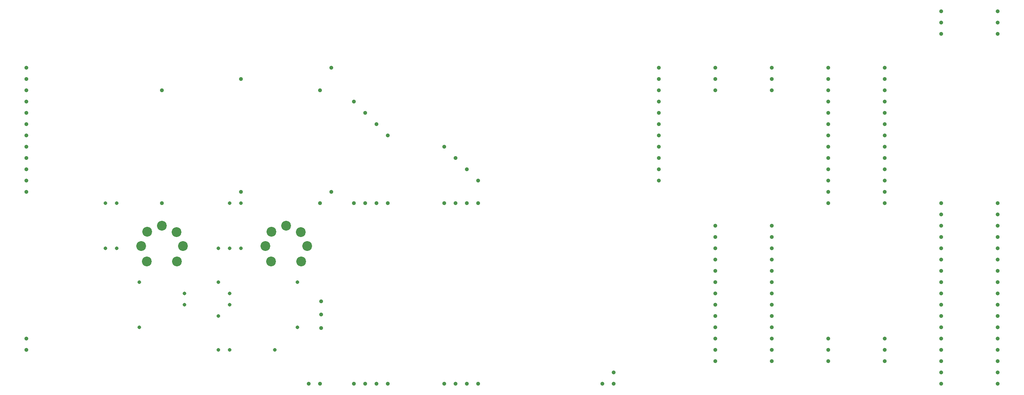
<source format=gbr>
G04 DesignSpark PCB Gerber Version 12.0 Build 5941*
G04 #@! TF.Part,Single*
G04 #@! TF.FilePolarity,Positive*
%FSLAX35Y35*%
%MOIN*%
G04 #@! TA.AperFunction,ComponentDrill*
%ADD18C,0.03200*%
G04 #@! TA.AperFunction,MechanicalDrill*
%ADD15C,0.03500*%
%ADD17C,0.03543*%
%ADD16C,0.08661*%
G04 #@! TD.AperFunction*
X0Y0D02*
D02*
D15*
X20250Y50250D03*
D03*
Y60250D03*
D03*
Y190250D03*
Y200250D03*
Y210250D03*
Y220250D03*
Y230250D03*
Y240250D03*
Y250250D03*
Y260250D03*
Y270250D03*
Y280250D03*
Y290250D03*
Y300250D03*
X140250Y180250D03*
Y280250D03*
X210250Y190250D03*
Y290250D03*
X270250Y20250D03*
X280250D03*
Y180250D03*
Y280250D03*
X290250Y190250D03*
Y300250D03*
X310250Y20250D03*
Y180250D03*
Y270250D03*
X320250Y20250D03*
Y180250D03*
Y260250D03*
X330250Y20250D03*
Y180250D03*
Y250250D03*
X340250Y20250D03*
Y180250D03*
Y240250D03*
X390250Y20250D03*
Y180250D03*
Y230250D03*
X400250Y20250D03*
Y180250D03*
Y220250D03*
X410250Y20250D03*
Y180250D03*
Y210250D03*
X420250Y20250D03*
Y180250D03*
Y200250D03*
X530250Y20250D03*
X540250D03*
Y30250D03*
X580250Y200250D03*
Y210250D03*
Y220250D03*
Y230250D03*
Y240250D03*
Y250250D03*
Y260250D03*
Y270250D03*
Y280250D03*
Y290250D03*
Y300250D03*
X630250Y40250D03*
Y50250D03*
Y60250D03*
Y70250D03*
Y80250D03*
Y90250D03*
Y100250D03*
Y110250D03*
Y120250D03*
Y130250D03*
Y140250D03*
Y150250D03*
Y160250D03*
Y280250D03*
Y290250D03*
Y300250D03*
X680250Y40250D03*
Y50250D03*
Y60250D03*
Y70250D03*
Y80250D03*
Y90250D03*
Y100250D03*
Y110250D03*
Y120250D03*
Y130250D03*
Y140250D03*
Y150250D03*
Y160250D03*
Y280250D03*
Y290250D03*
Y300250D03*
X730250Y40250D03*
Y50250D03*
Y60250D03*
Y180250D03*
Y190250D03*
Y200250D03*
Y210250D03*
Y220250D03*
Y230250D03*
Y240250D03*
Y250250D03*
Y260250D03*
Y270250D03*
Y280250D03*
Y290250D03*
Y300250D03*
X780250Y40250D03*
Y50250D03*
Y60250D03*
Y180250D03*
Y190250D03*
Y200250D03*
Y210250D03*
Y220250D03*
Y230250D03*
Y240250D03*
Y250250D03*
Y260250D03*
Y270250D03*
Y280250D03*
Y290250D03*
Y300250D03*
X830250Y20250D03*
Y30250D03*
Y40250D03*
Y50250D03*
Y60250D03*
Y70250D03*
Y80250D03*
Y90250D03*
Y100250D03*
Y110250D03*
Y120250D03*
Y130250D03*
Y140250D03*
Y150250D03*
Y160250D03*
Y170250D03*
Y180250D03*
Y330250D03*
Y340250D03*
Y350250D03*
X880250Y20250D03*
Y30250D03*
Y40250D03*
Y50250D03*
Y60250D03*
Y70250D03*
Y80250D03*
Y90250D03*
Y100250D03*
Y110250D03*
Y120250D03*
Y130250D03*
Y140250D03*
Y150250D03*
Y160250D03*
Y170250D03*
Y180250D03*
Y330250D03*
Y340250D03*
Y350250D03*
D02*
D16*
X121746Y142140D03*
X126864Y128360D03*
X127258Y154738D03*
X140250Y160250D03*
X153242Y154344D03*
X153636Y128360D03*
X158754Y142140D03*
X231746D03*
X236864Y128360D03*
X237258Y154738D03*
X250250Y160250D03*
X263242Y154344D03*
X263636Y128360D03*
X268754Y142140D03*
D02*
D17*
X281195Y69541D03*
Y81352D03*
Y93163D03*
D02*
D18*
X90250Y140250D03*
Y180250D03*
X100250Y140250D03*
Y180250D03*
X120250Y70250D03*
Y110250D03*
X160250Y90250D03*
Y100250D03*
X190250Y50250D03*
Y80250D03*
Y110250D03*
Y140250D03*
X200250Y50250D03*
Y90250D03*
Y100250D03*
Y140250D03*
Y180250D03*
X210250Y140250D03*
Y180250D03*
X240250Y50250D03*
X260250Y70250D03*
Y110250D03*
X0Y0D02*
M02*

</source>
